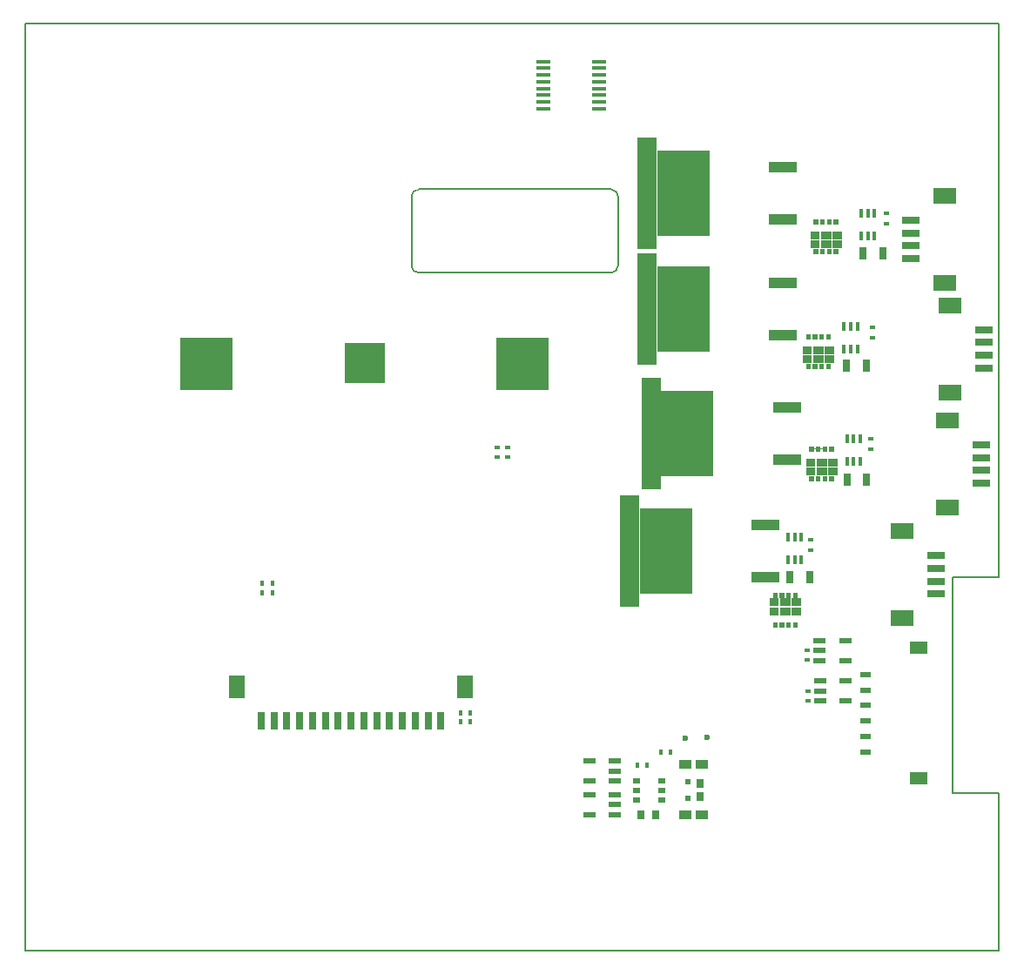
<source format=gbp>
G04*
G04 #@! TF.GenerationSoftware,Altium Limited,Altium Designer,18.1.9 (240)*
G04*
G04 Layer_Color=128*
%FSLAX44Y44*%
%MOMM*%
G71*
G01*
G75*
%ADD16C,0.1520*%
%ADD23R,0.4500X0.6000*%
%ADD24R,0.4000X0.6000*%
%ADD31R,0.6000X0.4000*%
%ADD32R,0.7000X1.8000*%
%ADD33R,1.6000X2.2000*%
%ADD37C,0.6000*%
%ADD40R,0.6000X0.4500*%
%ADD50R,0.7000X1.3000*%
%ADD67R,1.8000X0.7000*%
%ADD68R,2.2000X1.6000*%
%ADD69R,1.2200X0.6000*%
%ADD157R,5.0800X5.0800*%
%ADD158R,3.9600X3.9600*%
%ADD159R,0.3500X0.8500*%
%ADD160R,2.8000X1.0500*%
%ADD161R,5.0800X8.3300*%
%ADD162R,1.9100X10.8000*%
%ADD163R,1.0000X0.6000*%
%ADD164R,1.8000X1.2500*%
%ADD166R,1.2100X0.5900*%
%ADD168R,1.4000X0.3500*%
%ADD169R,0.5500X0.5500*%
%ADD170R,0.7500X0.9000*%
%ADD171R,1.2500X0.9000*%
%ADD172R,0.8000X0.5500*%
%ADD173R,0.8000X0.9000*%
%ADD191R,1.3000X0.0600*%
G36*
X754380Y326390D02*
X745490D01*
Y334010D01*
X754380D01*
Y326390D01*
D02*
G37*
G36*
X744220D02*
X734060D01*
Y334010D01*
X744220D01*
Y326390D01*
D02*
G37*
G36*
X732790D02*
X723900D01*
Y334010D01*
X732790D01*
Y326390D01*
D02*
G37*
G36*
X751140Y314220D02*
X746640D01*
Y319320D01*
X751140D01*
Y314220D01*
D02*
G37*
G36*
X744640D02*
X740140D01*
Y319320D01*
X744640D01*
Y314220D01*
D02*
G37*
G36*
X738140D02*
X733640D01*
Y319320D01*
X738140D01*
Y314220D01*
D02*
G37*
G36*
X731640D02*
X727140D01*
Y319320D01*
X731640D01*
Y314220D01*
D02*
G37*
G36*
X751140Y343620D02*
X746640D01*
Y348720D01*
X751140D01*
Y343620D01*
D02*
G37*
G36*
X744640D02*
X740140D01*
Y348720D01*
X744640D01*
Y343620D01*
D02*
G37*
G36*
X738140D02*
X733640D01*
Y348720D01*
X738140D01*
Y343620D01*
D02*
G37*
G36*
X731640D02*
X727140D01*
Y348720D01*
X731640D01*
Y343620D01*
D02*
G37*
G36*
X754380Y335280D02*
X745490D01*
Y342900D01*
X754380D01*
Y335280D01*
D02*
G37*
G36*
X744220D02*
X734060D01*
Y342900D01*
X744220D01*
Y335280D01*
D02*
G37*
G36*
X732790D02*
X723900D01*
Y342900D01*
X732790D01*
Y335280D01*
D02*
G37*
G36*
X789666Y462280D02*
X780776D01*
Y469900D01*
X789666D01*
Y462280D01*
D02*
G37*
G36*
X779506D02*
X769346D01*
Y469900D01*
X779506D01*
Y462280D01*
D02*
G37*
G36*
X768076D02*
X759186D01*
Y469900D01*
X768076D01*
Y462280D01*
D02*
G37*
G36*
X786426Y456460D02*
X781926D01*
Y461560D01*
X786426D01*
Y456460D01*
D02*
G37*
G36*
X779926D02*
X775426D01*
Y461560D01*
X779926D01*
Y456460D01*
D02*
G37*
G36*
X773426D02*
X768926D01*
Y461560D01*
X773426D01*
Y456460D01*
D02*
G37*
G36*
X766926D02*
X762426D01*
Y461560D01*
X766926D01*
Y456460D01*
D02*
G37*
G36*
X786426Y485860D02*
X781926D01*
Y490960D01*
X786426D01*
Y485860D01*
D02*
G37*
G36*
X779926D02*
X775426D01*
Y490960D01*
X779926D01*
Y485860D01*
D02*
G37*
G36*
X773426D02*
X768926D01*
Y490960D01*
X773426D01*
Y485860D01*
D02*
G37*
G36*
X766926D02*
X762426D01*
Y490960D01*
X766926D01*
Y485860D01*
D02*
G37*
G36*
X789666Y471170D02*
X780776D01*
Y478790D01*
X789666D01*
Y471170D01*
D02*
G37*
G36*
X779506D02*
X769346D01*
Y478790D01*
X779506D01*
Y471170D01*
D02*
G37*
G36*
X768076D02*
X759186D01*
Y478790D01*
X768076D01*
Y471170D01*
D02*
G37*
G36*
X786416Y571500D02*
X777526D01*
Y579120D01*
X786416D01*
Y571500D01*
D02*
G37*
G36*
X776256D02*
X766096D01*
Y579120D01*
X776256D01*
Y571500D01*
D02*
G37*
G36*
X764826D02*
X755936D01*
Y579120D01*
X764826D01*
Y571500D01*
D02*
G37*
G36*
X783176Y565680D02*
X778676D01*
Y570780D01*
X783176D01*
Y565680D01*
D02*
G37*
G36*
X776676D02*
X772176D01*
Y570780D01*
X776676D01*
Y565680D01*
D02*
G37*
G36*
X770176D02*
X765676D01*
Y570780D01*
X770176D01*
Y565680D01*
D02*
G37*
G36*
X763676D02*
X759176D01*
Y570780D01*
X763676D01*
Y565680D01*
D02*
G37*
G36*
X783176Y595080D02*
X778676D01*
Y600180D01*
X783176D01*
Y595080D01*
D02*
G37*
G36*
X776676D02*
X772176D01*
Y600180D01*
X776676D01*
Y595080D01*
D02*
G37*
G36*
X770176D02*
X765676D01*
Y600180D01*
X770176D01*
Y595080D01*
D02*
G37*
G36*
X763676D02*
X759176D01*
Y600180D01*
X763676D01*
Y595080D01*
D02*
G37*
G36*
X786416Y580390D02*
X777526D01*
Y588010D01*
X786416D01*
Y580390D01*
D02*
G37*
G36*
X776256D02*
X766096D01*
Y588010D01*
X776256D01*
Y580390D01*
D02*
G37*
G36*
X764826D02*
X755936D01*
Y588010D01*
X764826D01*
Y580390D01*
D02*
G37*
G36*
X793915Y683260D02*
X785025D01*
Y690880D01*
X793915D01*
Y683260D01*
D02*
G37*
G36*
X783755D02*
X773595D01*
Y690880D01*
X783755D01*
Y683260D01*
D02*
G37*
G36*
X772325D02*
X763435D01*
Y690880D01*
X772325D01*
Y683260D01*
D02*
G37*
G36*
X790675Y677440D02*
X786175D01*
Y682540D01*
X790675D01*
Y677440D01*
D02*
G37*
G36*
X784175D02*
X779675D01*
Y682540D01*
X784175D01*
Y677440D01*
D02*
G37*
G36*
X777675D02*
X773175D01*
Y682540D01*
X777675D01*
Y677440D01*
D02*
G37*
G36*
X771175D02*
X766675D01*
Y682540D01*
X771175D01*
Y677440D01*
D02*
G37*
G36*
X790675Y706840D02*
X786175D01*
Y711940D01*
X790675D01*
Y706840D01*
D02*
G37*
G36*
X784175D02*
X779675D01*
Y711940D01*
X784175D01*
Y706840D01*
D02*
G37*
G36*
X777675D02*
X773175D01*
Y711940D01*
X777675D01*
Y706840D01*
D02*
G37*
G36*
X771175D02*
X766675D01*
Y711940D01*
X771175D01*
Y706840D01*
D02*
G37*
G36*
X793915Y692150D02*
X785025D01*
Y699770D01*
X793915D01*
Y692150D01*
D02*
G37*
G36*
X783755D02*
X773595D01*
Y699770D01*
X783755D01*
Y692150D01*
D02*
G37*
G36*
X772325D02*
X763435D01*
Y699770D01*
X772325D01*
Y692150D01*
D02*
G37*
D16*
X576580Y733724D02*
G03*
X569484Y740820I-7096J0D01*
G01*
X382680Y740820D02*
G03*
X375604Y733744I-0J-7076D01*
G01*
X375604Y666558D02*
G03*
X382642Y659520I7038J0D01*
G01*
X569299Y659520D02*
G03*
X576580Y666801I0J7281D01*
G01*
X382680Y740820D02*
X569484Y740820D01*
X375604Y733744D02*
X375604Y666558D01*
X382642Y659520D02*
X569299Y659520D01*
X576580Y666801D02*
X576580Y733724D01*
X946658Y363220D02*
Y901700D01*
X0D02*
X946658D01*
X0Y0D02*
Y901700D01*
Y0D02*
X946658D01*
Y153670D01*
X901700D02*
X946658D01*
X901700D02*
Y363220D01*
X946658D01*
D23*
X230428Y357964D02*
D03*
X240428D02*
D03*
X230268Y348344D02*
D03*
X240268D02*
D03*
D24*
X432364Y231140D02*
D03*
X423364D02*
D03*
Y223018D02*
D03*
X432364D02*
D03*
X618451Y193040D02*
D03*
X627452D02*
D03*
X604369Y180340D02*
D03*
X595369D02*
D03*
D31*
X761238Y243658D02*
D03*
Y252658D02*
D03*
X760730Y283303D02*
D03*
Y292303D02*
D03*
D32*
X404364Y224000D02*
D03*
X391864D02*
D03*
X366864D02*
D03*
X379364D02*
D03*
X329364D02*
D03*
X316864D02*
D03*
X341864D02*
D03*
X354364D02*
D03*
X291864D02*
D03*
X304364D02*
D03*
X241864D02*
D03*
X229364D02*
D03*
X279364D02*
D03*
X254364D02*
D03*
X266864D02*
D03*
D33*
X427864Y257000D02*
D03*
X205864D02*
D03*
D37*
X641800Y207200D02*
D03*
X663100Y208100D02*
D03*
D40*
X763539Y400144D02*
D03*
Y390144D02*
D03*
X821999Y498251D02*
D03*
Y488251D02*
D03*
X823663Y606622D02*
D03*
Y596622D02*
D03*
X837184Y717201D02*
D03*
Y707202D02*
D03*
X458724Y490140D02*
D03*
Y480140D02*
D03*
X468884Y490140D02*
D03*
Y480140D02*
D03*
D50*
X743864Y363220D02*
D03*
X762864D02*
D03*
X799384Y458678D02*
D03*
X818384D02*
D03*
X814984Y678180D02*
D03*
X833984D02*
D03*
X798736Y568960D02*
D03*
X817736D02*
D03*
D67*
X885698Y359710D02*
D03*
Y347210D02*
D03*
Y372210D02*
D03*
Y384710D02*
D03*
X929640Y467360D02*
D03*
Y454860D02*
D03*
Y479860D02*
D03*
Y492360D02*
D03*
X932180Y579320D02*
D03*
Y566820D02*
D03*
Y591820D02*
D03*
Y604320D02*
D03*
X860806Y698300D02*
D03*
Y710800D02*
D03*
Y685800D02*
D03*
Y673300D02*
D03*
D68*
X852698Y408210D02*
D03*
Y323710D02*
D03*
X896640Y515860D02*
D03*
Y431360D02*
D03*
X899180Y627820D02*
D03*
Y543320D02*
D03*
X893806Y649800D02*
D03*
Y734300D02*
D03*
D69*
X548504Y151740D02*
D03*
Y132740D02*
D03*
X573404D02*
D03*
Y142240D02*
D03*
Y151740D02*
D03*
X548504Y184680D02*
D03*
Y165680D02*
D03*
X573404D02*
D03*
Y175180D02*
D03*
Y184680D02*
D03*
D157*
X483850Y570990D02*
D03*
X176550D02*
D03*
D158*
X330200Y571500D02*
D03*
D159*
X812904Y717120D02*
D03*
X819404D02*
D03*
X825904D02*
D03*
Y695120D02*
D03*
X819404D02*
D03*
X812904D02*
D03*
X741764Y380732D02*
D03*
X748264D02*
D03*
X754764D02*
D03*
Y402732D02*
D03*
X748264D02*
D03*
X741764D02*
D03*
X799084Y476331D02*
D03*
X805584D02*
D03*
X812084D02*
D03*
Y498331D02*
D03*
X805584D02*
D03*
X799084D02*
D03*
X796296Y585210D02*
D03*
X802796D02*
D03*
X809296D02*
D03*
Y607210D02*
D03*
X802796D02*
D03*
X796296D02*
D03*
D160*
X720152Y414020D02*
D03*
Y363220D02*
D03*
X737104Y711200D02*
D03*
Y762000D02*
D03*
Y599368D02*
D03*
Y650168D02*
D03*
X740664Y477709D02*
D03*
Y528509D02*
D03*
D161*
X622952Y388620D02*
D03*
X639904Y736600D02*
D03*
Y624768D02*
D03*
X643464Y503109D02*
D03*
D162*
X588002Y388620D02*
D03*
X604954Y736600D02*
D03*
Y624768D02*
D03*
X608514Y503109D02*
D03*
D163*
X816872Y268760D02*
D03*
Y253760D02*
D03*
Y238760D02*
D03*
Y223760D02*
D03*
Y193760D02*
D03*
Y208760D02*
D03*
D164*
X868772Y294810D02*
D03*
Y167710D02*
D03*
D166*
X797788Y243460D02*
D03*
Y262460D02*
D03*
X772688D02*
D03*
Y252960D02*
D03*
Y243460D02*
D03*
X797468Y282620D02*
D03*
Y301620D02*
D03*
X772368D02*
D03*
Y292120D02*
D03*
Y282620D02*
D03*
D168*
X557744Y864983D02*
D03*
Y858483D02*
D03*
Y851983D02*
D03*
Y845483D02*
D03*
Y838983D02*
D03*
Y832483D02*
D03*
Y825983D02*
D03*
Y819483D02*
D03*
X503744Y864983D02*
D03*
Y858483D02*
D03*
Y851983D02*
D03*
Y845483D02*
D03*
Y838983D02*
D03*
Y832483D02*
D03*
Y825983D02*
D03*
Y819483D02*
D03*
D169*
X644001Y164630D02*
D03*
Y148630D02*
D03*
D170*
X656002Y162880D02*
D03*
Y150380D02*
D03*
D171*
X641751Y181180D02*
D03*
X658251D02*
D03*
X641751Y132080D02*
D03*
X658251D02*
D03*
D172*
X618781Y156108D02*
D03*
Y165608D02*
D03*
Y146608D02*
D03*
X594781D02*
D03*
Y165608D02*
D03*
Y156108D02*
D03*
D173*
X613044Y132080D02*
D03*
X599044D02*
D03*
D191*
X771176Y488410D02*
D03*
M02*

</source>
